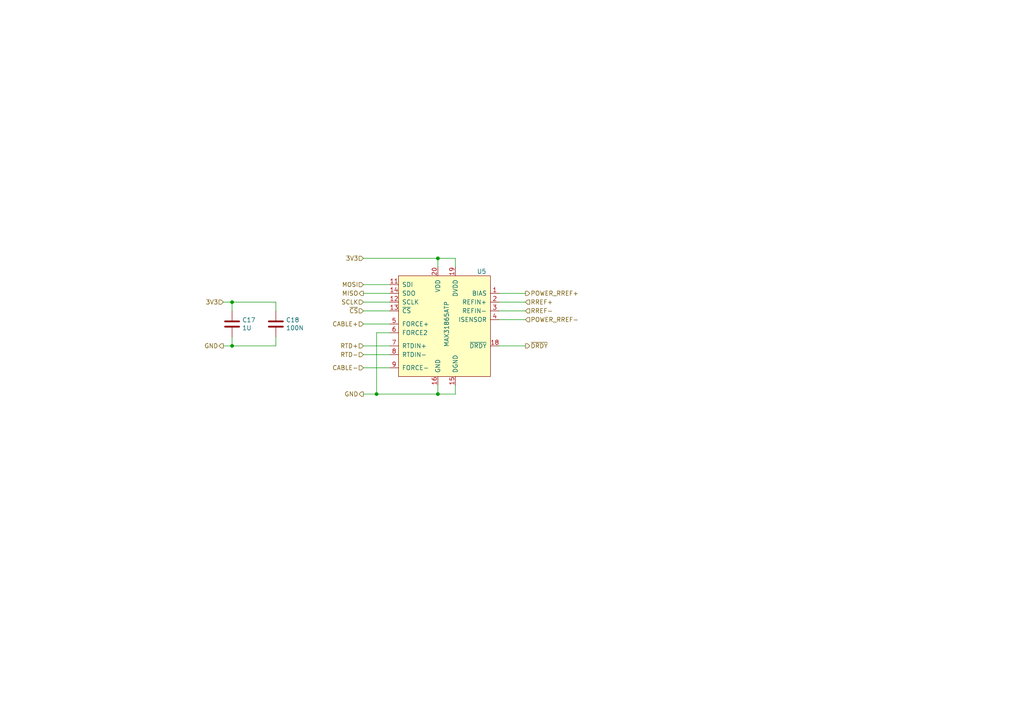
<source format=kicad_sch>
(kicad_sch (version 20211123) (generator eeschema)
  (paper "A4")
  (lib_symbols
    (symbol "Device:C" (pin_numbers hide) (pin_names (offset 0.254))
      (property "Reference" "C" (at 0.635 2.54 0))
      (property "Value" "C" (at 0.635 -2.54 0))
      (symbol "C_0_1"
        (polyline (pts (xy -2.032 -0.762) (xy 2.032 -0.762)) (stroke (width 0.508)))
        (polyline (pts (xy -2.032 0.762) (xy 2.032 0.762)) (stroke (width 0.508)))
      )
      (symbol "C_1_1"
        (pin passive line (at 0 3.81 270) (length 2.794) (name "~") (number "1"))
        (pin passive line (at 0 -3.81 90) (length 2.794) (name "~") (number "2"))
      )
    )
    (symbol "william_sense_temperature:MAX31865ATP" (pin_names (offset 1.016))
      (property "Reference" "U" (at 11.43 15.24 0))
      (property "Value" "MAX31865ATP" (at 0 1.27 90))
      (symbol "MAX31865ATP_0_1"
        (rectangle (start -13.97 13.97) (end 12.7 -15.24) (fill (type background)))
      )
      (symbol "MAX31865ATP_1_1"
        (pin power_out line (at 15.24 8.89 180) (length 2.54) (name "BIAS") (number "1"))
        (pin passive line (at -2.54 -17.78 90) (length 2.54) hide (name "GND") (number "10"))
        (pin input line (at -16.51 11.43 0) (length 2.54) (name "SDI") (number "11"))
        (pin input line (at -16.51 6.35 0) (length 2.54) (name "SCLK") (number "12"))
        (pin input line (at -16.51 3.81 0) (length 2.54) (name "~{CS}") (number "13"))
        (pin tri_state line (at -16.51 8.89 0) (length 2.54) (name "SDO") (number "14"))
        (pin power_in line (at 2.54 -17.78 90) (length 2.54) (name "DGND") (number "15"))
        (pin power_in line (at -2.54 -17.78 90) (length 2.54) (name "GND") (number "16"))
        (pin no_connect line (at 12.7 -12.7 180) (length 2.54) hide (name "~") (number "17"))
        (pin output line (at 15.24 -6.35 180) (length 2.54) (name "~{DRDY}") (number "18"))
        (pin power_in line (at 2.54 16.51 270) (length 2.54) (name "DVDD") (number "19"))
        (pin input line (at 15.24 6.35 180) (length 2.54) (name "REFIN+") (number "2"))
        (pin power_in line (at -2.54 16.51 270) (length 2.54) (name "VDD") (number "20"))
        (pin passive line (at -2.54 -17.78 90) (length 2.54) hide (name "GND") (number "21"))
        (pin input line (at 15.24 3.81 180) (length 2.54) (name "REFIN-") (number "3"))
        (pin input line (at 15.24 1.27 180) (length 2.54) (name "ISENSOR") (number "4"))
        (pin power_out line (at -16.51 0 0) (length 2.54) (name "FORCE+") (number "5"))
        (pin input line (at -16.51 -2.54 0) (length 2.54) (name "FORCE2") (number "6"))
        (pin input line (at -16.51 -6.35 0) (length 2.54) (name "RTDIN+") (number "7"))
        (pin input line (at -16.51 -8.89 0) (length 2.54) (name "RTDIN-") (number "8"))
        (pin input line (at -16.51 -12.7 0) (length 2.54) (name "FORCE-") (number "9"))
      )
    )
  )
  (junction (at 109.22 114.3))
  (junction (at 67.31 100.33))
  (junction (at 67.31 87.63))
  (junction (at 127 114.3))
  (junction (at 127 74.93))
  (wire (pts (xy 80.01 87.63) (xy 80.01 90.17)))
  (wire (pts (xy 132.08 74.93) (xy 132.08 77.47)))
  (wire (pts (xy 113.03 82.55) (xy 105.41 82.55)))
  (wire (pts (xy 152.4 85.09) (xy 144.78 85.09)))
  (wire (pts (xy 152.4 92.71) (xy 144.78 92.71)))
  (wire (pts (xy 109.22 96.52) (xy 109.22 114.3)))
  (wire (pts (xy 64.77 100.33) (xy 67.31 100.33)))
  (wire (pts (xy 152.4 90.17) (xy 144.78 90.17)))
  (wire (pts (xy 109.22 114.3) (xy 127 114.3)))
  (wire (pts (xy 67.31 87.63) (xy 67.31 90.17)))
  (wire (pts (xy 127 111.76) (xy 127 114.3)))
  (wire (pts (xy 113.03 96.52) (xy 109.22 96.52)))
  (wire (pts (xy 105.41 74.93) (xy 127 74.93)))
  (wire (pts (xy 127 74.93) (xy 132.08 74.93)))
  (wire (pts (xy 105.41 90.17) (xy 113.03 90.17)))
  (wire (pts (xy 152.4 87.63) (xy 144.78 87.63)))
  (wire (pts (xy 105.41 106.68) (xy 113.03 106.68)))
  (wire (pts (xy 113.03 93.98) (xy 105.41 93.98)))
  (wire (pts (xy 152.4 100.33) (xy 144.78 100.33)))
  (wire (pts (xy 105.41 85.09) (xy 113.03 85.09)))
  (wire (pts (xy 127 74.93) (xy 127 77.47)))
  (wire (pts (xy 67.31 87.63) (xy 80.01 87.63)))
  (wire (pts (xy 80.01 97.79) (xy 80.01 100.33)))
  (wire (pts (xy 113.03 87.63) (xy 105.41 87.63)))
  (wire (pts (xy 132.08 114.3) (xy 132.08 111.76)))
  (wire (pts (xy 113.03 100.33) (xy 105.41 100.33)))
  (wire (pts (xy 127 114.3) (xy 132.08 114.3)))
  (wire (pts (xy 105.41 102.87) (xy 113.03 102.87)))
  (wire (pts (xy 64.77 87.63) (xy 67.31 87.63)))
  (wire (pts (xy 80.01 100.33) (xy 67.31 100.33)))
  (wire (pts (xy 105.41 114.3) (xy 109.22 114.3)))
  (wire (pts (xy 67.31 100.33) (xy 67.31 97.79)))
  (hierarchical_label "RREF+" (shape input) (at 152.4 87.63 0))
  (hierarchical_label "CABLE-" (shape input) (at 105.41 106.68 180))
  (hierarchical_label "RTD+" (shape input) (at 105.41 100.33 180))
  (hierarchical_label "MISO" (shape output) (at 105.41 85.09 180))
  (hierarchical_label "SCLK" (shape input) (at 105.41 87.63 180))
  (hierarchical_label "~{DRDY}" (shape output) (at 152.4 100.33 0))
  (hierarchical_label "GND" (shape output) (at 64.77 100.33 180))
  (hierarchical_label "~{CS}" (shape input) (at 105.41 90.17 180))
  (hierarchical_label "RREF-" (shape input) (at 152.4 90.17 0))
  (hierarchical_label "3V3" (shape input) (at 105.41 74.93 180))
  (hierarchical_label "RTD-" (shape input) (at 105.41 102.87 180))
  (hierarchical_label "MOSI" (shape input) (at 105.41 82.55 180))
  (hierarchical_label "POWER_RREF+" (shape output) (at 152.4 85.09 0))
  (hierarchical_label "POWER_RREF-" (shape input) (at 152.4 92.71 0))
  (hierarchical_label "3V3" (shape input) (at 64.77 87.63 180))
  (hierarchical_label "GND" (shape output) (at 105.41 114.3 180))
  (hierarchical_label "CABLE+" (shape input) (at 105.41 93.98 180))
  (symbol (lib_id "william_sense_temperature:MAX31865ATP") (at 129.54 93.98 0) (unit 1)
    (property "Reference" "U5" (at 139.7 78.74 0))
    (property "Value" "MAX31865ATP" (at 129.54 93.98 90))
    (property "Footprint" "Package_DFN_QFN:QFN-20-1EP_5x5mm_P0.65mm_EP3.35x3.35mm" (effects hide))
    (property "Datasheet" "https://datasheets.maximintegrated.com/en/ds/MAX31865.pdf" (effects hide))
  )
  (symbol (lib_id "Device:C") (at 67.31 93.98 0) (unit 1)
    (property "Reference" "C17" (at 70.231 92.8116 0) (effects (justify left)))
    (property "Value" "1U" (at 70.231 95.123 0) (effects (justify left)))
    (property "Footprint" "Capacitor_SMD:C_0603_1608Metric" (effects hide))
  )
  (symbol (lib_id "Device:C") (at 80.01 93.98 0) (unit 1)
    (property "Reference" "C18" (at 82.931 92.8116 0) (effects (justify left)))
    (property "Value" "100N" (at 82.931 95.123 0) (effects (justify left)))
    (property "Footprint" "Capacitor_SMD:C_0603_1608Metric" (effects hide))
  )
)
</source>
